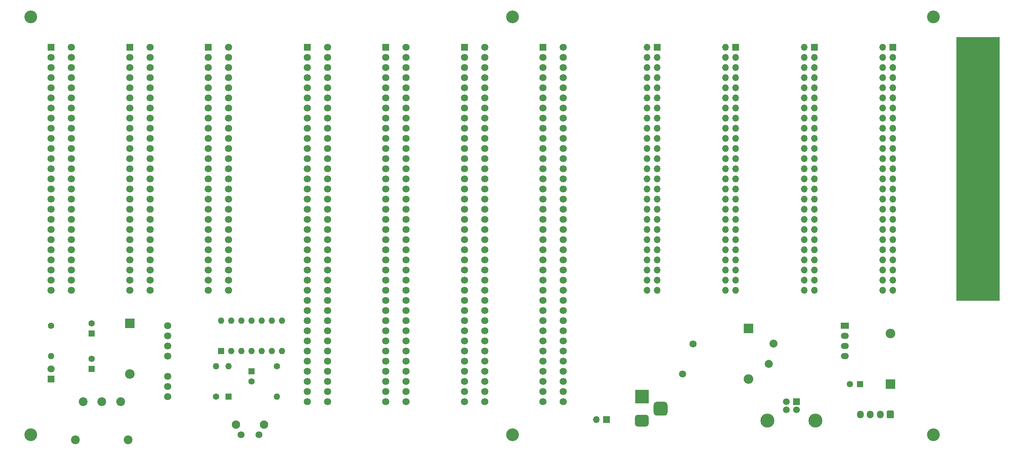
<source format=gbs>
G04 #@! TF.GenerationSoftware,KiCad,Pcbnew,(5.1.12)-1*
G04 #@! TF.CreationDate,2024-01-30T16:00:46+00:00*
G04 #@! TF.ProjectId,Backplane,4261636b-706c-4616-9e65-2e6b69636164,rev?*
G04 #@! TF.SameCoordinates,Original*
G04 #@! TF.FileFunction,Soldermask,Bot*
G04 #@! TF.FilePolarity,Negative*
%FSLAX46Y46*%
G04 Gerber Fmt 4.6, Leading zero omitted, Abs format (unit mm)*
G04 Created by KiCad (PCBNEW (5.1.12)-1) date 2024-01-30 16:00:46*
%MOMM*%
%LPD*%
G01*
G04 APERTURE LIST*
%ADD10C,0.100000*%
%ADD11R,10.000000X1.600000*%
%ADD12R,2.000000X1.500000*%
%ADD13O,2.000000X1.500000*%
%ADD14O,1.600000X1.600000*%
%ADD15R,1.600000X1.600000*%
%ADD16C,1.600000*%
%ADD17O,1.700000X1.700000*%
%ADD18R,1.700000X1.700000*%
%ADD19R,3.500000X3.500000*%
%ADD20O,1.700000X1.950000*%
%ADD21O,2.400000X2.400000*%
%ADD22R,2.400000X2.400000*%
%ADD23C,3.200000*%
%ADD24C,1.800000*%
%ADD25R,1.800000X1.800000*%
%ADD26C,2.100000*%
%ADD27C,1.750000*%
%ADD28C,2.200000*%
%ADD29C,3.500000*%
%ADD30C,1.700000*%
%ADD31C,2.010000*%
G04 APERTURE END LIST*
D10*
G04 #@! TO.C,J13*
G36*
X290195000Y-86360000D02*
G01*
X300990000Y-86360000D01*
X300990000Y-20320000D01*
X290195000Y-20320000D01*
X290195000Y-86360000D01*
G37*
X290195000Y-86360000D02*
X300990000Y-86360000D01*
X300990000Y-20320000D01*
X290195000Y-20320000D01*
X290195000Y-86360000D01*
G04 #@! TD*
D11*
G04 #@! TO.C,J13*
X295380000Y-83820000D03*
X295380000Y-81280000D03*
X295380000Y-78740000D03*
X295380000Y-76200000D03*
X295380000Y-73660000D03*
X295380000Y-71120000D03*
X295380000Y-68580000D03*
X295380000Y-66040000D03*
X295380000Y-63500000D03*
X295380000Y-60960000D03*
X295380000Y-58420000D03*
X295380000Y-55880000D03*
X295380000Y-53340000D03*
X295380000Y-50800000D03*
X295380000Y-48260000D03*
X295380000Y-45720000D03*
X295380000Y-43180000D03*
X295380000Y-40640000D03*
X295380000Y-38100000D03*
X295380000Y-35560000D03*
X295380000Y-33020000D03*
X295380000Y-30480000D03*
X295380000Y-27940000D03*
X295380000Y-25400000D03*
X295380000Y-22860000D03*
G04 #@! TD*
D12*
G04 #@! TO.C,U3*
X262255000Y-92710000D03*
D13*
X262255000Y-95250000D03*
X262255000Y-97790000D03*
X262255000Y-100330000D03*
G04 #@! TD*
D14*
G04 #@! TO.C,U2*
X106045000Y-91440000D03*
X121285000Y-99060000D03*
X108585000Y-91440000D03*
X118745000Y-99060000D03*
X111125000Y-91440000D03*
X116205000Y-99060000D03*
X113665000Y-91440000D03*
X113665000Y-99060000D03*
X116205000Y-91440000D03*
X111125000Y-99060000D03*
X118745000Y-91440000D03*
X108585000Y-99060000D03*
X121285000Y-91440000D03*
D15*
X106045000Y-99060000D03*
G04 #@! TD*
D14*
G04 #@! TO.C,R3*
X120015000Y-110490000D03*
D16*
X120015000Y-102870000D03*
G04 #@! TD*
D14*
G04 #@! TO.C,R2*
X104775000Y-102870000D03*
D16*
X104775000Y-110490000D03*
G04 #@! TD*
D17*
G04 #@! TO.C,J17*
X200025000Y-116205000D03*
D18*
X202565000Y-116205000D03*
G04 #@! TD*
G04 #@! TO.C,J16*
G36*
G01*
X217030000Y-115240000D02*
X215280000Y-115240000D01*
G75*
G02*
X214405000Y-114365000I0J875000D01*
G01*
X214405000Y-112615000D01*
G75*
G02*
X215280000Y-111740000I875000J0D01*
G01*
X217030000Y-111740000D01*
G75*
G02*
X217905000Y-112615000I0J-875000D01*
G01*
X217905000Y-114365000D01*
G75*
G02*
X217030000Y-115240000I-875000J0D01*
G01*
G37*
G36*
G01*
X212455000Y-117990000D02*
X210455000Y-117990000D01*
G75*
G02*
X209705000Y-117240000I0J750000D01*
G01*
X209705000Y-115740000D01*
G75*
G02*
X210455000Y-114990000I750000J0D01*
G01*
X212455000Y-114990000D01*
G75*
G02*
X213205000Y-115740000I0J-750000D01*
G01*
X213205000Y-117240000D01*
G75*
G02*
X212455000Y-117990000I-750000J0D01*
G01*
G37*
D19*
X211455000Y-110490000D03*
G04 #@! TD*
D20*
G04 #@! TO.C,J15*
X266185000Y-114935000D03*
X268685000Y-114935000D03*
X271185000Y-114935000D03*
G36*
G01*
X274535000Y-114210000D02*
X274535000Y-115660000D01*
G75*
G02*
X274285000Y-115910000I-250000J0D01*
G01*
X273085000Y-115910000D01*
G75*
G02*
X272835000Y-115660000I0J250000D01*
G01*
X272835000Y-114210000D01*
G75*
G02*
X273085000Y-113960000I250000J0D01*
G01*
X274285000Y-113960000D01*
G75*
G02*
X274535000Y-114210000I0J-250000D01*
G01*
G37*
G04 #@! TD*
D21*
G04 #@! TO.C,D53*
X273685000Y-94615000D03*
D22*
X273685000Y-107315000D03*
G04 #@! TD*
D14*
G04 #@! TO.C,D52*
X107950000Y-102870000D03*
D15*
X107950000Y-110490000D03*
G04 #@! TD*
D16*
G04 #@! TO.C,C4*
X113665000Y-106640000D03*
D15*
X113665000Y-104140000D03*
G04 #@! TD*
D16*
G04 #@! TO.C,C3*
X263565000Y-107315000D03*
D15*
X266065000Y-107315000D03*
G04 #@! TD*
D23*
G04 #@! TO.C,H6*
X284480000Y-120015000D03*
G04 #@! TD*
G04 #@! TO.C,H5*
X284480000Y-15240000D03*
G04 #@! TD*
G04 #@! TO.C,H4*
X179070000Y-120015000D03*
G04 #@! TD*
G04 #@! TO.C,H3*
X179070000Y-15240000D03*
G04 #@! TD*
G04 #@! TO.C,H2*
X58420000Y-120015000D03*
G04 #@! TD*
G04 #@! TO.C,H1*
X58420000Y-15240000D03*
G04 #@! TD*
D24*
G04 #@! TO.C,J11*
X68580000Y-83820000D03*
X63500000Y-83820000D03*
X68580000Y-40640000D03*
X68580000Y-43180000D03*
X68580000Y-45720000D03*
X68580000Y-48260000D03*
X68580000Y-50800000D03*
X68580000Y-53340000D03*
X68580000Y-55880000D03*
X68580000Y-58420000D03*
X68580000Y-60960000D03*
X68580000Y-63500000D03*
X68580000Y-66040000D03*
X68580000Y-68580000D03*
X68580000Y-71120000D03*
X68580000Y-73660000D03*
X68580000Y-76200000D03*
X68580000Y-78740000D03*
X68580000Y-81280000D03*
X63500000Y-81280000D03*
X63500000Y-78740000D03*
X63500000Y-76200000D03*
X63500000Y-73660000D03*
X63500000Y-71120000D03*
X63500000Y-68580000D03*
X63500000Y-66040000D03*
X63500000Y-63500000D03*
X63500000Y-60960000D03*
X63500000Y-58420000D03*
X63500000Y-55880000D03*
X63500000Y-53340000D03*
X63500000Y-50800000D03*
X63500000Y-48260000D03*
X63500000Y-45720000D03*
X63500000Y-43180000D03*
X63500000Y-40640000D03*
X68580000Y-38100000D03*
X68580000Y-35560000D03*
X68580000Y-33020000D03*
X68580000Y-30480000D03*
X68580000Y-27940000D03*
X68580000Y-25400000D03*
X68580000Y-22860000D03*
X63500000Y-38100000D03*
X63500000Y-35560000D03*
X63500000Y-33020000D03*
X63500000Y-30480000D03*
X63500000Y-27940000D03*
X63500000Y-25400000D03*
D25*
X63500000Y-22860000D03*
G04 #@! TD*
D24*
G04 #@! TO.C,J10*
X88265000Y-83820000D03*
X83185000Y-83820000D03*
X88265000Y-40640000D03*
X88265000Y-43180000D03*
X88265000Y-45720000D03*
X88265000Y-48260000D03*
X88265000Y-50800000D03*
X88265000Y-53340000D03*
X88265000Y-55880000D03*
X88265000Y-58420000D03*
X88265000Y-60960000D03*
X88265000Y-63500000D03*
X88265000Y-66040000D03*
X88265000Y-68580000D03*
X88265000Y-71120000D03*
X88265000Y-73660000D03*
X88265000Y-76200000D03*
X88265000Y-78740000D03*
X88265000Y-81280000D03*
X83185000Y-81280000D03*
X83185000Y-78740000D03*
X83185000Y-76200000D03*
X83185000Y-73660000D03*
X83185000Y-71120000D03*
X83185000Y-68580000D03*
X83185000Y-66040000D03*
X83185000Y-63500000D03*
X83185000Y-60960000D03*
X83185000Y-58420000D03*
X83185000Y-55880000D03*
X83185000Y-53340000D03*
X83185000Y-50800000D03*
X83185000Y-48260000D03*
X83185000Y-45720000D03*
X83185000Y-43180000D03*
X83185000Y-40640000D03*
X88265000Y-38100000D03*
X88265000Y-35560000D03*
X88265000Y-33020000D03*
X88265000Y-30480000D03*
X88265000Y-27940000D03*
X88265000Y-25400000D03*
X88265000Y-22860000D03*
X83185000Y-38100000D03*
X83185000Y-35560000D03*
X83185000Y-33020000D03*
X83185000Y-30480000D03*
X83185000Y-27940000D03*
X83185000Y-25400000D03*
D25*
X83185000Y-22860000D03*
G04 #@! TD*
D24*
G04 #@! TO.C,J9*
X107950000Y-83820000D03*
X102870000Y-83820000D03*
X107950000Y-40640000D03*
X107950000Y-43180000D03*
X107950000Y-45720000D03*
X107950000Y-48260000D03*
X107950000Y-50800000D03*
X107950000Y-53340000D03*
X107950000Y-55880000D03*
X107950000Y-58420000D03*
X107950000Y-60960000D03*
X107950000Y-63500000D03*
X107950000Y-66040000D03*
X107950000Y-68580000D03*
X107950000Y-71120000D03*
X107950000Y-73660000D03*
X107950000Y-76200000D03*
X107950000Y-78740000D03*
X107950000Y-81280000D03*
X102870000Y-81280000D03*
X102870000Y-78740000D03*
X102870000Y-76200000D03*
X102870000Y-73660000D03*
X102870000Y-71120000D03*
X102870000Y-68580000D03*
X102870000Y-66040000D03*
X102870000Y-63500000D03*
X102870000Y-60960000D03*
X102870000Y-58420000D03*
X102870000Y-55880000D03*
X102870000Y-53340000D03*
X102870000Y-50800000D03*
X102870000Y-48260000D03*
X102870000Y-45720000D03*
X102870000Y-43180000D03*
X102870000Y-40640000D03*
X107950000Y-38100000D03*
X107950000Y-35560000D03*
X107950000Y-33020000D03*
X107950000Y-30480000D03*
X107950000Y-27940000D03*
X107950000Y-25400000D03*
X107950000Y-22860000D03*
X102870000Y-38100000D03*
X102870000Y-35560000D03*
X102870000Y-33020000D03*
X102870000Y-30480000D03*
X102870000Y-27940000D03*
X102870000Y-25400000D03*
D25*
X102870000Y-22860000D03*
G04 #@! TD*
D24*
G04 #@! TO.C,J8*
X132715000Y-111760000D03*
X132715000Y-109220000D03*
X132715000Y-106680000D03*
X132715000Y-104140000D03*
X132715000Y-101600000D03*
X132715000Y-99060000D03*
X132715000Y-96520000D03*
X132715000Y-93980000D03*
X132715000Y-91440000D03*
X132715000Y-88900000D03*
X132715000Y-86360000D03*
X132715000Y-83820000D03*
X132715000Y-81280000D03*
X132715000Y-78740000D03*
X132715000Y-76200000D03*
X132715000Y-73660000D03*
X132715000Y-71120000D03*
X132715000Y-68580000D03*
X132715000Y-66040000D03*
X132715000Y-63500000D03*
X132715000Y-60960000D03*
X132715000Y-58420000D03*
X132715000Y-55880000D03*
X127635000Y-83820000D03*
X127635000Y-104140000D03*
X127635000Y-106680000D03*
X127635000Y-109220000D03*
X127635000Y-111760000D03*
X132715000Y-22860000D03*
X132715000Y-25400000D03*
X132715000Y-27940000D03*
X132715000Y-30480000D03*
X132715000Y-33020000D03*
X132715000Y-35560000D03*
X132715000Y-38100000D03*
X132715000Y-40640000D03*
X132715000Y-43180000D03*
X132715000Y-45720000D03*
X132715000Y-48260000D03*
X132715000Y-50800000D03*
X132715000Y-53340000D03*
X127635000Y-81280000D03*
X127635000Y-78740000D03*
X127635000Y-76200000D03*
X127635000Y-73660000D03*
X127635000Y-71120000D03*
X127635000Y-68580000D03*
X127635000Y-66040000D03*
X127635000Y-63500000D03*
X127635000Y-60960000D03*
X127635000Y-58420000D03*
X127635000Y-55880000D03*
X127635000Y-53340000D03*
X127635000Y-50800000D03*
X127635000Y-48260000D03*
X127635000Y-45720000D03*
X127635000Y-43180000D03*
X127635000Y-40640000D03*
X127635000Y-101600000D03*
X127635000Y-99060000D03*
X127635000Y-96520000D03*
X127635000Y-93980000D03*
X127635000Y-91440000D03*
X127635000Y-88900000D03*
X127635000Y-86360000D03*
X127635000Y-38100000D03*
X127635000Y-35560000D03*
X127635000Y-33020000D03*
X127635000Y-30480000D03*
X127635000Y-27940000D03*
X127635000Y-25400000D03*
D25*
X127635000Y-22860000D03*
G04 #@! TD*
D24*
G04 #@! TO.C,J7*
X152400000Y-111760000D03*
X152400000Y-109220000D03*
X152400000Y-106680000D03*
X152400000Y-104140000D03*
X152400000Y-101600000D03*
X152400000Y-99060000D03*
X152400000Y-96520000D03*
X152400000Y-93980000D03*
X152400000Y-91440000D03*
X152400000Y-88900000D03*
X152400000Y-86360000D03*
X152400000Y-83820000D03*
X152400000Y-81280000D03*
X152400000Y-78740000D03*
X152400000Y-76200000D03*
X152400000Y-73660000D03*
X152400000Y-71120000D03*
X152400000Y-68580000D03*
X152400000Y-66040000D03*
X152400000Y-63500000D03*
X152400000Y-60960000D03*
X152400000Y-58420000D03*
X152400000Y-55880000D03*
X147320000Y-83820000D03*
X147320000Y-104140000D03*
X147320000Y-106680000D03*
X147320000Y-109220000D03*
X147320000Y-111760000D03*
X152400000Y-22860000D03*
X152400000Y-25400000D03*
X152400000Y-27940000D03*
X152400000Y-30480000D03*
X152400000Y-33020000D03*
X152400000Y-35560000D03*
X152400000Y-38100000D03*
X152400000Y-40640000D03*
X152400000Y-43180000D03*
X152400000Y-45720000D03*
X152400000Y-48260000D03*
X152400000Y-50800000D03*
X152400000Y-53340000D03*
X147320000Y-81280000D03*
X147320000Y-78740000D03*
X147320000Y-76200000D03*
X147320000Y-73660000D03*
X147320000Y-71120000D03*
X147320000Y-68580000D03*
X147320000Y-66040000D03*
X147320000Y-63500000D03*
X147320000Y-60960000D03*
X147320000Y-58420000D03*
X147320000Y-55880000D03*
X147320000Y-53340000D03*
X147320000Y-50800000D03*
X147320000Y-48260000D03*
X147320000Y-45720000D03*
X147320000Y-43180000D03*
X147320000Y-40640000D03*
X147320000Y-101600000D03*
X147320000Y-99060000D03*
X147320000Y-96520000D03*
X147320000Y-93980000D03*
X147320000Y-91440000D03*
X147320000Y-88900000D03*
X147320000Y-86360000D03*
X147320000Y-38100000D03*
X147320000Y-35560000D03*
X147320000Y-33020000D03*
X147320000Y-30480000D03*
X147320000Y-27940000D03*
X147320000Y-25400000D03*
D25*
X147320000Y-22860000D03*
G04 #@! TD*
D24*
G04 #@! TO.C,J6*
X172085000Y-111760000D03*
X172085000Y-109220000D03*
X172085000Y-106680000D03*
X172085000Y-104140000D03*
X172085000Y-101600000D03*
X172085000Y-99060000D03*
X172085000Y-96520000D03*
X172085000Y-93980000D03*
X172085000Y-91440000D03*
X172085000Y-88900000D03*
X172085000Y-86360000D03*
X172085000Y-83820000D03*
X172085000Y-81280000D03*
X172085000Y-78740000D03*
X172085000Y-76200000D03*
X172085000Y-73660000D03*
X172085000Y-71120000D03*
X172085000Y-68580000D03*
X172085000Y-66040000D03*
X172085000Y-63500000D03*
X172085000Y-60960000D03*
X172085000Y-58420000D03*
X172085000Y-55880000D03*
X167005000Y-83820000D03*
X167005000Y-104140000D03*
X167005000Y-106680000D03*
X167005000Y-109220000D03*
X167005000Y-111760000D03*
X172085000Y-22860000D03*
X172085000Y-25400000D03*
X172085000Y-27940000D03*
X172085000Y-30480000D03*
X172085000Y-33020000D03*
X172085000Y-35560000D03*
X172085000Y-38100000D03*
X172085000Y-40640000D03*
X172085000Y-43180000D03*
X172085000Y-45720000D03*
X172085000Y-48260000D03*
X172085000Y-50800000D03*
X172085000Y-53340000D03*
X167005000Y-81280000D03*
X167005000Y-78740000D03*
X167005000Y-76200000D03*
X167005000Y-73660000D03*
X167005000Y-71120000D03*
X167005000Y-68580000D03*
X167005000Y-66040000D03*
X167005000Y-63500000D03*
X167005000Y-60960000D03*
X167005000Y-58420000D03*
X167005000Y-55880000D03*
X167005000Y-53340000D03*
X167005000Y-50800000D03*
X167005000Y-48260000D03*
X167005000Y-45720000D03*
X167005000Y-43180000D03*
X167005000Y-40640000D03*
X167005000Y-101600000D03*
X167005000Y-99060000D03*
X167005000Y-96520000D03*
X167005000Y-93980000D03*
X167005000Y-91440000D03*
X167005000Y-88900000D03*
X167005000Y-86360000D03*
X167005000Y-38100000D03*
X167005000Y-35560000D03*
X167005000Y-33020000D03*
X167005000Y-30480000D03*
X167005000Y-27940000D03*
X167005000Y-25400000D03*
D25*
X167005000Y-22860000D03*
G04 #@! TD*
D24*
G04 #@! TO.C,J5*
X191770000Y-111760000D03*
X191770000Y-109220000D03*
X191770000Y-106680000D03*
X191770000Y-104140000D03*
X191770000Y-101600000D03*
X191770000Y-99060000D03*
X191770000Y-96520000D03*
X191770000Y-93980000D03*
X191770000Y-91440000D03*
X191770000Y-88900000D03*
X191770000Y-86360000D03*
X191770000Y-83820000D03*
X191770000Y-81280000D03*
X191770000Y-78740000D03*
X191770000Y-76200000D03*
X191770000Y-73660000D03*
X191770000Y-71120000D03*
X191770000Y-68580000D03*
X191770000Y-66040000D03*
X191770000Y-63500000D03*
X191770000Y-60960000D03*
X191770000Y-58420000D03*
X191770000Y-55880000D03*
X186690000Y-83820000D03*
X186690000Y-104140000D03*
X186690000Y-106680000D03*
X186690000Y-109220000D03*
X186690000Y-111760000D03*
X191770000Y-22860000D03*
X191770000Y-25400000D03*
X191770000Y-27940000D03*
X191770000Y-30480000D03*
X191770000Y-33020000D03*
X191770000Y-35560000D03*
X191770000Y-38100000D03*
X191770000Y-40640000D03*
X191770000Y-43180000D03*
X191770000Y-45720000D03*
X191770000Y-48260000D03*
X191770000Y-50800000D03*
X191770000Y-53340000D03*
X186690000Y-81280000D03*
X186690000Y-78740000D03*
X186690000Y-76200000D03*
X186690000Y-73660000D03*
X186690000Y-71120000D03*
X186690000Y-68580000D03*
X186690000Y-66040000D03*
X186690000Y-63500000D03*
X186690000Y-60960000D03*
X186690000Y-58420000D03*
X186690000Y-55880000D03*
X186690000Y-53340000D03*
X186690000Y-50800000D03*
X186690000Y-48260000D03*
X186690000Y-45720000D03*
X186690000Y-43180000D03*
X186690000Y-40640000D03*
X186690000Y-101600000D03*
X186690000Y-99060000D03*
X186690000Y-96520000D03*
X186690000Y-93980000D03*
X186690000Y-91440000D03*
X186690000Y-88900000D03*
X186690000Y-86360000D03*
X186690000Y-38100000D03*
X186690000Y-35560000D03*
X186690000Y-33020000D03*
X186690000Y-30480000D03*
X186690000Y-27940000D03*
X186690000Y-25400000D03*
D25*
X186690000Y-22860000D03*
G04 #@! TD*
D26*
G04 #@! TO.C,SW2*
X116820000Y-117525000D03*
D27*
X115570000Y-120015000D03*
X111070000Y-120015000D03*
D26*
X109810000Y-117525000D03*
G04 #@! TD*
D14*
G04 #@! TO.C,R1*
X63500000Y-100330000D03*
D16*
X63500000Y-92710000D03*
G04 #@! TD*
D24*
G04 #@! TO.C,D3*
X63500000Y-103505000D03*
D25*
X63500000Y-106045000D03*
G04 #@! TD*
D24*
G04 #@! TO.C,TH1*
X224315000Y-97275000D03*
X221615000Y-104775000D03*
G04 #@! TD*
D28*
G04 #@! TO.C,SW1*
X82805000Y-121285000D03*
X69595000Y-121285000D03*
X80900000Y-111755000D03*
X76200000Y-111755000D03*
X71500000Y-111755000D03*
G04 #@! TD*
D29*
G04 #@! TO.C,J14*
X242920000Y-116470000D03*
X254960000Y-116470000D03*
D30*
X250190000Y-113760000D03*
X247690000Y-113760000D03*
X247690000Y-111760000D03*
D18*
X250190000Y-111760000D03*
G04 #@! TD*
D24*
G04 #@! TO.C,U1*
X92710000Y-92710000D03*
X92710000Y-95250000D03*
X92710000Y-97790000D03*
X92710000Y-100330000D03*
X92710000Y-105410000D03*
X92710000Y-107950000D03*
X92710000Y-110490000D03*
G04 #@! TD*
D31*
G04 #@! TO.C,F1*
X243205000Y-102235000D03*
X244405000Y-97135000D03*
G04 #@! TD*
D21*
G04 #@! TO.C,D2*
X83185000Y-104775000D03*
D22*
X83185000Y-92075000D03*
G04 #@! TD*
D21*
G04 #@! TO.C,D1*
X238125000Y-106045000D03*
D22*
X238125000Y-93345000D03*
G04 #@! TD*
D16*
G04 #@! TO.C,C2*
X73660000Y-92115000D03*
D15*
X73660000Y-94615000D03*
G04 #@! TD*
D16*
G04 #@! TO.C,C1*
X73660000Y-101005000D03*
D15*
X73660000Y-103505000D03*
G04 #@! TD*
D17*
G04 #@! TO.C,J4*
X212725000Y-83820000D03*
X215265000Y-83820000D03*
X212725000Y-81280000D03*
X215265000Y-81280000D03*
X212725000Y-78740000D03*
X215265000Y-78740000D03*
X212725000Y-76200000D03*
X215265000Y-76200000D03*
X212725000Y-73660000D03*
X215265000Y-73660000D03*
X212725000Y-71120000D03*
X215265000Y-71120000D03*
X212725000Y-68580000D03*
X215265000Y-68580000D03*
X212725000Y-66040000D03*
X215265000Y-66040000D03*
X212725000Y-63500000D03*
X215265000Y-63500000D03*
X212725000Y-60960000D03*
X215265000Y-60960000D03*
X212725000Y-58420000D03*
X215265000Y-58420000D03*
X212725000Y-55880000D03*
X215265000Y-55880000D03*
X212725000Y-53340000D03*
X215265000Y-53340000D03*
X212725000Y-50800000D03*
X215265000Y-50800000D03*
X212725000Y-48260000D03*
X215265000Y-48260000D03*
X212725000Y-45720000D03*
X215265000Y-45720000D03*
X212725000Y-43180000D03*
X215265000Y-43180000D03*
X212725000Y-40640000D03*
X215265000Y-40640000D03*
X212725000Y-38100000D03*
X215265000Y-38100000D03*
X212725000Y-35560000D03*
X215265000Y-35560000D03*
X212725000Y-33020000D03*
X215265000Y-33020000D03*
X212725000Y-30480000D03*
X215265000Y-30480000D03*
X212725000Y-27940000D03*
X215265000Y-27940000D03*
X212725000Y-25400000D03*
X215265000Y-25400000D03*
X212725000Y-22860000D03*
D18*
X215265000Y-22860000D03*
G04 #@! TD*
D17*
G04 #@! TO.C,J3*
X232410000Y-83820000D03*
X234950000Y-83820000D03*
X232410000Y-81280000D03*
X234950000Y-81280000D03*
X232410000Y-78740000D03*
X234950000Y-78740000D03*
X232410000Y-76200000D03*
X234950000Y-76200000D03*
X232410000Y-73660000D03*
X234950000Y-73660000D03*
X232410000Y-71120000D03*
X234950000Y-71120000D03*
X232410000Y-68580000D03*
X234950000Y-68580000D03*
X232410000Y-66040000D03*
X234950000Y-66040000D03*
X232410000Y-63500000D03*
X234950000Y-63500000D03*
X232410000Y-60960000D03*
X234950000Y-60960000D03*
X232410000Y-58420000D03*
X234950000Y-58420000D03*
X232410000Y-55880000D03*
X234950000Y-55880000D03*
X232410000Y-53340000D03*
X234950000Y-53340000D03*
X232410000Y-50800000D03*
X234950000Y-50800000D03*
X232410000Y-48260000D03*
X234950000Y-48260000D03*
X232410000Y-45720000D03*
X234950000Y-45720000D03*
X232410000Y-43180000D03*
X234950000Y-43180000D03*
X232410000Y-40640000D03*
X234950000Y-40640000D03*
X232410000Y-38100000D03*
X234950000Y-38100000D03*
X232410000Y-35560000D03*
X234950000Y-35560000D03*
X232410000Y-33020000D03*
X234950000Y-33020000D03*
X232410000Y-30480000D03*
X234950000Y-30480000D03*
X232410000Y-27940000D03*
X234950000Y-27940000D03*
X232410000Y-25400000D03*
X234950000Y-25400000D03*
X232410000Y-22860000D03*
D18*
X234950000Y-22860000D03*
G04 #@! TD*
D17*
G04 #@! TO.C,J2*
X252095000Y-83820000D03*
X254635000Y-83820000D03*
X252095000Y-81280000D03*
X254635000Y-81280000D03*
X252095000Y-78740000D03*
X254635000Y-78740000D03*
X252095000Y-76200000D03*
X254635000Y-76200000D03*
X252095000Y-73660000D03*
X254635000Y-73660000D03*
X252095000Y-71120000D03*
X254635000Y-71120000D03*
X252095000Y-68580000D03*
X254635000Y-68580000D03*
X252095000Y-66040000D03*
X254635000Y-66040000D03*
X252095000Y-63500000D03*
X254635000Y-63500000D03*
X252095000Y-60960000D03*
X254635000Y-60960000D03*
X252095000Y-58420000D03*
X254635000Y-58420000D03*
X252095000Y-55880000D03*
X254635000Y-55880000D03*
X252095000Y-53340000D03*
X254635000Y-53340000D03*
X252095000Y-50800000D03*
X254635000Y-50800000D03*
X252095000Y-48260000D03*
X254635000Y-48260000D03*
X252095000Y-45720000D03*
X254635000Y-45720000D03*
X252095000Y-43180000D03*
X254635000Y-43180000D03*
X252095000Y-40640000D03*
X254635000Y-40640000D03*
X252095000Y-38100000D03*
X254635000Y-38100000D03*
X252095000Y-35560000D03*
X254635000Y-35560000D03*
X252095000Y-33020000D03*
X254635000Y-33020000D03*
X252095000Y-30480000D03*
X254635000Y-30480000D03*
X252095000Y-27940000D03*
X254635000Y-27940000D03*
X252095000Y-25400000D03*
X254635000Y-25400000D03*
X252095000Y-22860000D03*
D18*
X254635000Y-22860000D03*
G04 #@! TD*
D17*
G04 #@! TO.C,J1*
X271780000Y-83820000D03*
X274320000Y-83820000D03*
X271780000Y-81280000D03*
X274320000Y-81280000D03*
X271780000Y-78740000D03*
X274320000Y-78740000D03*
X271780000Y-76200000D03*
X274320000Y-76200000D03*
X271780000Y-73660000D03*
X274320000Y-73660000D03*
X271780000Y-71120000D03*
X274320000Y-71120000D03*
X271780000Y-68580000D03*
X274320000Y-68580000D03*
X271780000Y-66040000D03*
X274320000Y-66040000D03*
X271780000Y-63500000D03*
X274320000Y-63500000D03*
X271780000Y-60960000D03*
X274320000Y-60960000D03*
X271780000Y-58420000D03*
X274320000Y-58420000D03*
X271780000Y-55880000D03*
X274320000Y-55880000D03*
X271780000Y-53340000D03*
X274320000Y-53340000D03*
X271780000Y-50800000D03*
X274320000Y-50800000D03*
X271780000Y-48260000D03*
X274320000Y-48260000D03*
X271780000Y-45720000D03*
X274320000Y-45720000D03*
X271780000Y-43180000D03*
X274320000Y-43180000D03*
X271780000Y-40640000D03*
X274320000Y-40640000D03*
X271780000Y-38100000D03*
X274320000Y-38100000D03*
X271780000Y-35560000D03*
X274320000Y-35560000D03*
X271780000Y-33020000D03*
X274320000Y-33020000D03*
X271780000Y-30480000D03*
X274320000Y-30480000D03*
X271780000Y-27940000D03*
X274320000Y-27940000D03*
X271780000Y-25400000D03*
X274320000Y-25400000D03*
X271780000Y-22860000D03*
D18*
X274320000Y-22860000D03*
G04 #@! TD*
M02*

</source>
